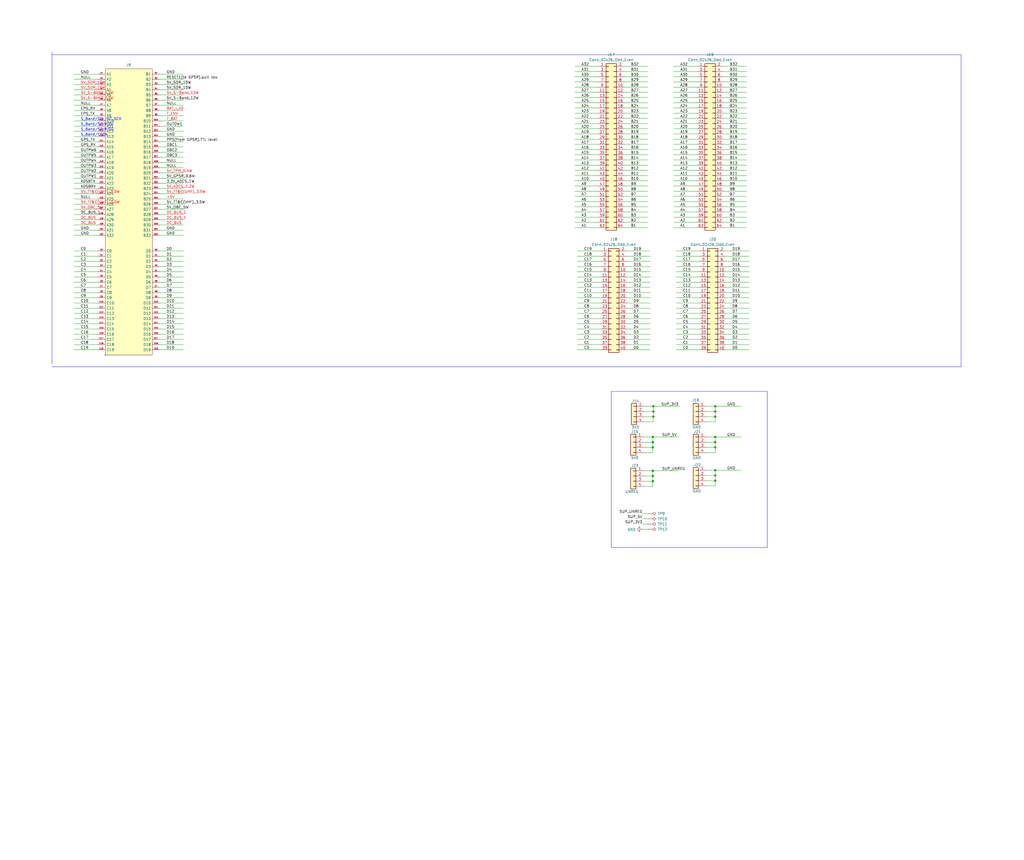
<source format=kicad_sch>
(kicad_sch (version 20250114) (generator "eeschema") (generator_version "9.0")
  (paper "User" 499.999 419.989)
  (title_block (title "VST104 flat-sat") (date "2020-09-14") (rev "1.1") (company "VisionSpace Technologies"))
  (junction (at 318.77 218.44))
  (junction (at 318.77 215.9))
  (junction (at 319.024 198.374))
  (junction (at 349.25 203.454))
  (junction (at 349.25 218.44))
  (junction (at 349.25 234.696))
  (junction (at 319.024 200.914))
  (junction (at 349.25 198.374))
  (junction (at 349.25 229.616))
  (junction (at 318.77 229.87))
  (junction (at 349.25 213.36))
  (junction (at 349.25 200.914))
  (junction (at 318.77 234.95))
  (junction (at 318.77 213.36))
  (junction (at 349.25 232.156))
  (junction (at 318.77 232.41))
  (junction (at 319.024 203.454))
  (junction (at 349.25 215.9))
  (no_connect (at 632.46 -85.09))
  (wire (pts (xy 314.579 198.374) (xy 319.024 198.374)))
  (wire (pts (xy 330.2 165.735) (xy 341.63 165.735)))
  (wire (pts (xy 304.8 55.245) (xy 316.23 55.245)))
  (wire (pts (xy 319.024 200.914) (xy 319.024 198.374)))
  (wire (pts (xy 78.105 66.675) (xy 89.535 66.675)))
  (polyline (pts (xy 374.65 267.335) (xy 298.45 267.335)))
  (wire (pts (xy 304.8 65.405) (xy 316.23 65.405)))
  (wire (pts (xy 36.195 147.955) (xy 47.625 147.955)))
  (wire (pts (xy 353.06 90.805) (xy 364.49 90.805)))
  (wire (pts (xy 304.8 47.625) (xy 316.23 47.625)))
  (wire (pts (xy 36.195 132.715) (xy 47.625 132.715)))
  (wire (pts (xy 304.8 37.465) (xy 316.23 37.465)))
  (wire (pts (xy 328.93 100.965) (xy 340.36 100.965)))
  (wire (pts (xy 328.93 55.245) (xy 340.36 55.245)))
  (wire (pts (xy 353.06 75.565) (xy 364.49 75.565)))
  (wire (pts (xy 78.105 130.175) (xy 89.535 130.175)))
  (wire (pts (xy 353.06 93.345) (xy 364.49 93.345)))
  (wire (pts (xy 281.94 150.495) (xy 293.37 150.495)))
  (wire (pts (xy 78.105 168.275) (xy 89.535 168.275)))
  (wire (pts (xy 353.06 52.705) (xy 364.49 52.705)))
  (wire (pts (xy 353.06 100.965) (xy 364.49 100.965)))
  (wire (pts (xy 330.2 163.195) (xy 341.63 163.195)))
  (wire (pts (xy 280.67 80.645) (xy 292.1 80.645)))
  (wire (pts (xy 78.105 51.435) (xy 89.535 51.435)))
  (wire (pts (xy 330.2 145.415) (xy 341.63 145.415)))
  (wire (pts (xy 328.93 93.345) (xy 340.36 93.345)))
  (wire (pts (xy 36.195 125.095) (xy 47.625 125.095)))
  (wire (pts (xy 349.25 200.914) (xy 349.25 198.374)))
  (wire (pts (xy 281.94 130.175) (xy 293.37 130.175)))
  (wire (pts (xy 354.33 163.195) (xy 365.76 163.195)))
  (wire (pts (xy 78.105 145.415) (xy 89.535 145.415)))
  (wire (pts (xy 78.105 81.915) (xy 89.535 81.915)))
  (wire (pts (xy 36.195 158.115) (xy 47.625 158.115)))
  (wire (pts (xy 78.105 46.355) (xy 89.535 46.355)))
  (wire (pts (xy 304.8 90.805) (xy 316.23 90.805)))
  (wire (pts (xy 353.06 111.125) (xy 364.49 111.125)))
  (wire (pts (xy 78.105 86.995) (xy 89.535 86.995)))
  (wire (pts (xy 306.07 142.875) (xy 317.5 142.875)))
  (wire (pts (xy 328.93 80.645) (xy 340.36 80.645)))
  (wire (pts (xy 304.8 42.545) (xy 316.23 42.545)))
  (wire (pts (xy 349.25 232.156) (xy 349.25 229.616)))
  (wire (pts (xy 306.07 153.035) (xy 317.5 153.035)))
  (wire (pts (xy 328.93 32.385) (xy 340.36 32.385)))
  (wire (pts (xy 280.67 111.125) (xy 292.1 111.125)))
  (wire (pts (xy 281.94 163.195) (xy 293.37 163.195)))
  (wire (pts (xy 36.195 142.875) (xy 47.625 142.875)))
  (wire (pts (xy 281.94 153.035) (xy 293.37 153.035)))
  (wire (pts (xy 353.06 37.465) (xy 364.49 37.465)))
  (wire (pts (xy 353.06 108.585) (xy 364.49 108.585)))
  (wire (pts (xy 314.579 203.454) (xy 319.024 203.454)))
  (wire (pts (xy 353.06 83.185) (xy 364.49 83.185)))
  (wire (pts (xy 304.8 75.565) (xy 316.23 75.565)))
  (wire (pts (xy 349.25 203.454) (xy 349.25 200.914)))
  (wire (pts (xy 306.07 125.095) (xy 317.5 125.095)))
  (wire (pts (xy 306.07 132.715) (xy 317.5 132.715)))
  (wire (pts (xy 36.195 153.035) (xy 47.625 153.035)))
  (wire (pts (xy 349.25 198.374) (xy 361.95 198.374)))
  (wire (pts (xy 314.325 234.95) (xy 318.77 234.95)))
  (wire (pts (xy 314.325 229.87) (xy 318.77 229.87)))
  (wire (pts (xy 280.67 78.105) (xy 292.1 78.105)))
  (wire (pts (xy 78.105 137.795) (xy 89.535 137.795)))
  (wire (pts (xy 354.33 160.655) (xy 365.76 160.655)))
  (wire (pts (xy 281.94 125.095) (xy 293.37 125.095)))
  (wire (pts (xy 280.67 88.265) (xy 292.1 88.265)))
  (wire (pts (xy 353.06 70.485) (xy 364.49 70.485)))
  (wire (pts (xy 353.06 67.945) (xy 364.49 67.945)))
  (wire (pts (xy 78.105 61.595) (xy 89.535 61.595)))
  (wire (pts (xy 281.94 168.275) (xy 293.37 168.275)))
  (wire (pts (xy 281.94 132.715) (xy 293.37 132.715)))
  (wire (pts (xy 280.67 57.785) (xy 292.1 57.785)))
  (wire (pts (xy 36.195 51.435) (xy 47.625 51.435)))
  (wire (pts (xy 328.93 34.925) (xy 340.36 34.925)))
  (wire (pts (xy 36.195 71.755) (xy 47.625 71.755)))
  (wire (pts (xy 280.67 103.505) (xy 292.1 103.505)))
  (wire (pts (xy 78.105 114.935) (xy 89.535 114.935)))
  (wire (pts (xy 281.94 155.575) (xy 293.37 155.575)))
  (wire (pts (xy 304.8 50.165) (xy 316.23 50.165)))
  (wire (pts (xy 36.195 74.295) (xy 47.625 74.295)))
  (wire (pts (xy 36.195 102.235) (xy 47.625 102.235)))
  (wire (pts (xy 304.8 95.885) (xy 316.23 95.885)))
  (wire (pts (xy 78.105 107.315) (xy 89.535 107.315)))
  (wire (pts (xy 354.33 140.335) (xy 365.76 140.335)))
  (wire (pts (xy 280.67 50.165) (xy 292.1 50.165)))
  (wire (pts (xy 280.67 83.185) (xy 292.1 83.185)))
  (wire (pts (xy 304.8 106.045) (xy 316.23 106.045)))
  (wire (pts (xy 319.024 198.374) (xy 331.724 198.374)))
  (wire (pts (xy 36.195 122.555) (xy 47.625 122.555)))
  (wire (pts (xy 304.8 52.705) (xy 316.23 52.705)))
  (wire (pts (xy 349.25 234.696) (xy 349.25 232.156)))
  (wire (pts (xy 36.195 92.075) (xy 47.625 92.075)))
  (wire (pts (xy 313.69 258.445) (xy 316.23 258.445)))
  (wire (pts (xy 78.105 109.855) (xy 89.535 109.855)))
  (wire (pts (xy 349.25 215.9) (xy 349.25 213.36)))
  (wire (pts (xy 354.33 127.635) (xy 365.76 127.635)))
  (wire (pts (xy 304.8 83.185) (xy 316.23 83.185)))
  (wire (pts (xy 306.07 158.115) (xy 317.5 158.115)))
  (wire (pts (xy 349.25 220.98) (xy 349.25 218.44)))
  (wire (pts (xy 280.67 95.885) (xy 292.1 95.885)))
  (wire (pts (xy 353.06 60.325) (xy 364.49 60.325)))
  (wire (pts (xy 344.805 232.156) (xy 349.25 232.156)))
  (wire (pts (xy 344.805 229.616) (xy 349.25 229.616)))
  (wire (pts (xy 36.195 81.915) (xy 47.625 81.915)))
  (wire (pts (xy 78.105 127.635) (xy 89.535 127.635)))
  (wire (pts (xy 313.69 253.365) (xy 316.23 253.365)))
  (wire (pts (xy 353.06 45.085) (xy 364.49 45.085)))
  (wire (pts (xy 328.93 70.485) (xy 340.36 70.485)))
  (wire (pts (xy 304.8 57.785) (xy 316.23 57.785)))
  (wire (pts (xy 304.8 62.865) (xy 316.23 62.865)))
  (wire (pts (xy 353.06 98.425) (xy 364.49 98.425)))
  (wire (pts (xy 36.195 165.735) (xy 47.625 165.735)))
  (wire (pts (xy 353.06 55.245) (xy 364.49 55.245)))
  (wire (pts (xy 328.93 85.725) (xy 340.36 85.725)))
  (wire (pts (xy 318.77 234.95) (xy 318.77 237.49)))
  (wire (pts (xy 36.195 79.375) (xy 47.625 79.375)))
  (polyline (pts (xy 374.65 191.135) (xy 374.65 267.335)))
  (wire (pts (xy 36.195 137.795) (xy 47.625 137.795)))
  (wire (pts (xy 36.195 59.055) (xy 47.625 59.055)))
  (wire (pts (xy 306.07 140.335) (xy 317.5 140.335)))
  (wire (pts (xy 306.07 137.795) (xy 317.5 137.795)))
  (wire (pts (xy 354.33 145.415) (xy 365.76 145.415)))
  (wire (pts (xy 280.67 67.945) (xy 292.1 67.945)))
  (wire (pts (xy 353.06 85.725) (xy 364.49 85.725)))
  (wire (pts (xy 314.325 232.41) (xy 318.77 232.41)))
  (wire (pts (xy 280.67 47.625) (xy 292.1 47.625)))
  (wire (pts (xy 281.94 160.655) (xy 293.37 160.655)))
  (wire (pts (xy 78.105 135.255) (xy 89.535 135.255)))
  (wire (pts (xy 328.93 65.405) (xy 340.36 65.405)))
  (wire (pts (xy 280.67 45.085) (xy 292.1 45.085)))
  (wire (pts (xy 281.94 147.955) (xy 293.37 147.955)))
  (wire (pts (xy 36.195 109.855) (xy 47.625 109.855)))
  (wire (pts (xy 328.93 62.865) (xy 340.36 62.865)))
  (wire (pts (xy 78.105 160.655) (xy 89.535 160.655)))
  (wire (pts (xy 304.8 98.425) (xy 316.23 98.425)))
  (wire (pts (xy 354.33 155.575) (xy 365.76 155.575)))
  (wire (pts (xy 36.195 69.215) (xy 47.625 69.215)))
  (wire (pts (xy 280.67 60.325) (xy 292.1 60.325)))
  (wire (pts (xy 78.105 59.055) (xy 89.535 59.055)))
  (wire (pts (xy 354.33 122.555) (xy 365.76 122.555)))
  (polyline (pts (xy 25.4 26.67) (xy 469.265 26.67)))
  (wire (pts (xy 281.94 142.875) (xy 293.37 142.875)))
  (wire (pts (xy 280.67 85.725) (xy 292.1 85.725)))
  (wire (pts (xy 36.195 84.455) (xy 47.625 84.455)))
  (wire (pts (xy 36.195 114.935) (xy 47.625 114.935)))
  (wire (pts (xy 78.105 41.275) (xy 89.535 41.275)))
  (polyline (pts (xy 298.45 191.135) (xy 374.65 191.135)))
  (wire (pts (xy 349.25 229.616) (xy 361.95 229.616)))
  (wire (pts (xy 344.805 200.914) (xy 349.25 200.914)))
  (wire (pts (xy 353.06 88.265) (xy 364.49 88.265)))
  (wire (pts (xy 314.325 213.36) (xy 318.77 213.36)))
  (wire (pts (xy 36.195 163.195) (xy 47.625 163.195)))
  (wire (pts (xy 354.33 147.955) (xy 365.76 147.955)))
  (wire (pts (xy 280.67 52.705) (xy 292.1 52.705)))
  (polyline (pts (xy 25.4 177.8) (xy 25.4 25.4)))
  (wire (pts (xy 280.67 40.005) (xy 292.1 40.005)))
  (wire (pts (xy 78.105 97.155) (xy 89.535 97.155)))
  (wire (pts (xy 281.94 122.555) (xy 293.37 122.555)))
  (wire (pts (xy 78.105 92.075) (xy 89.535 92.075)))
  (wire (pts (xy 349.25 213.36) (xy 361.95 213.36)))
  (wire (pts (xy 330.2 158.115) (xy 341.63 158.115)))
  (wire (pts (xy 306.07 130.175) (xy 317.5 130.175)))
  (wire (pts (xy 328.93 108.585) (xy 340.36 108.585)))
  (wire (pts (xy 306.07 160.655) (xy 317.5 160.655)))
  (wire (pts (xy 318.77 213.36) (xy 318.77 215.9)))
  (wire (pts (xy 313.69 255.905) (xy 316.23 255.905)))
  (wire (pts (xy 306.07 122.555) (xy 317.5 122.555)))
  (wire (pts (xy 353.06 32.385) (xy 364.49 32.385)))
  (wire (pts (xy 36.195 170.815) (xy 47.625 170.815)))
  (wire (pts (xy 330.2 132.715) (xy 341.63 132.715)))
  (wire (pts (xy 354.33 130.175) (xy 365.76 130.175)))
  (wire (pts (xy 281.94 165.735) (xy 293.37 165.735)))
  (wire (pts (xy 344.805 198.374) (xy 349.25 198.374)))
  (wire (pts (xy 280.67 62.865) (xy 292.1 62.865)))
  (wire (pts (xy 306.07 163.195) (xy 317.5 163.195)))
  (wire (pts (xy 319.024 203.454) (xy 319.024 200.914)))
  (wire (pts (xy 353.06 103.505) (xy 364.49 103.505)))
  (wire (pts (xy 318.77 229.87) (xy 318.77 232.41)))
  (wire (pts (xy 78.105 74.295) (xy 89.535 74.295)))
  (wire (pts (xy 281.94 170.815) (xy 293.37 170.815)))
  (wire (pts (xy 328.93 88.265) (xy 340.36 88.265)))
  (wire (pts (xy 280.67 98.425) (xy 292.1 98.425)))
  (wire (pts (xy 314.325 220.98) (xy 318.77 220.98)))
  (polyline (pts (xy 469.265 179.07) (xy 25.4 179.07)))
  (wire (pts (xy 36.195 43.815) (xy 47.625 43.815)))
  (wire (pts (xy 313.69 250.825) (xy 316.23 250.825)))
  (wire (pts (xy 344.805 237.236) (xy 349.25 237.236)))
  (wire (pts (xy 78.105 132.715) (xy 89.535 132.715)))
  (wire (pts (xy 78.105 84.455) (xy 89.535 84.455)))
  (wire (pts (xy 280.67 65.405) (xy 292.1 65.405)))
  (wire (pts (xy 330.2 150.495) (xy 341.63 150.495)))
  (wire (pts (xy 353.06 40.005) (xy 364.49 40.005)))
  (wire (pts (xy 36.195 112.395) (xy 47.625 112.395)))
  (wire (pts (xy 281.94 137.795) (xy 293.37 137.795)))
  (wire (pts (xy 354.33 153.035) (xy 365.76 153.035)))
  (wire (pts (xy 281.94 158.115) (xy 293.37 158.115)))
  (wire (pts (xy 344.805 218.44) (xy 349.25 218.44)))
  (wire (pts (xy 330.2 142.875) (xy 341.63 142.875)))
  (wire (pts (xy 330.2 125.095) (xy 341.63 125.095)))
  (wire (pts (xy 78.105 89.535) (xy 89.535 89.535)))
  (wire (pts (xy 328.93 57.785) (xy 340.36 57.785)))
  (wire (pts (xy 314.579 205.994) (xy 319.024 205.994)))
  (wire (pts (xy 349.25 237.236) (xy 349.25 234.696)))
  (wire (pts (xy 280.67 75.565) (xy 292.1 75.565)))
  (wire (pts (xy 280.67 70.485) (xy 292.1 70.485)))
  (wire (pts (xy 353.06 42.545) (xy 364.49 42.545)))
  (wire (pts (xy 349.25 205.994) (xy 349.25 203.454)))
  (wire (pts (xy 78.105 158.115) (xy 89.535 158.115)))
  (wire (pts (xy 36.195 145.415) (xy 47.625 145.415)))
  (wire (pts (xy 78.105 153.035) (xy 89.535 153.035)))
  (wire (pts (xy 78.105 71.755) (xy 89.535 71.755)))
  (wire (pts (xy 328.93 83.185) (xy 340.36 83.185)))
  (wire (pts (xy 78.105 142.875) (xy 89.535 142.875)))
  (wire (pts (xy 36.195 160.655) (xy 47.625 160.655)))
  (wire (pts (xy 328.93 75.565) (xy 340.36 75.565)))
  (wire (pts (xy 306.07 145.415) (xy 317.5 145.415)))
  (wire (pts (xy 304.8 93.345) (xy 316.23 93.345)))
  (wire (pts (xy 281.94 127.635) (xy 293.37 127.635)))
  (wire (pts (xy 328.93 45.085) (xy 340.36 45.085)))
  (wire (pts (xy 280.67 55.245) (xy 292.1 55.245)))
  (wire (pts (xy 36.195 41.275) (xy 47.625 41.275)))
  (wire (pts (xy 304.8 100.965) (xy 316.23 100.965)))
  (wire (pts (xy 36.195 168.275) (xy 47.625 168.275)))
  (wire (pts (xy 353.06 50.165) (xy 364.49 50.165)))
  (wire (pts (xy 304.8 88.265) (xy 316.23 88.265)))
  (wire (pts (xy 328.93 98.425) (xy 340.36 98.425)))
  (wire (pts (xy 36.195 76.835) (xy 47.625 76.835)))
  (wire (pts (xy 314.325 218.44) (xy 318.77 218.44)))
  (wire (pts (xy 306.07 127.635) (xy 317.5 127.635)))
  (wire (pts (xy 328.93 37.465) (xy 340.36 37.465)))
  (wire (pts (xy 353.06 62.865) (xy 364.49 62.865)))
  (wire (pts (xy 78.105 99.695) (xy 89.535 99.695)))
  (wire (pts (xy 314.325 215.9) (xy 318.77 215.9)))
  (wire (pts (xy 78.105 147.955) (xy 89.535 147.955)))
  (wire (pts (xy 78.105 125.095) (xy 89.535 125.095)))
  (wire (pts (xy 318.77 213.36) (xy 331.47 213.36)))
  (wire (pts (xy 328.93 40.005) (xy 340.36 40.005)))
  (wire (pts (xy 353.06 106.045) (xy 364.49 106.045)))
  (wire (pts (xy 281.94 140.335) (xy 293.37 140.335)))
  (wire (pts (xy 78.105 64.135) (xy 89.535 64.135)))
  (wire (pts (xy 36.195 127.635) (xy 47.625 127.635)))
  (wire (pts (xy 354.33 150.495) (xy 365.76 150.495)))
  (wire (pts (xy 319.024 205.994) (xy 319.024 203.454)))
  (wire (pts (xy 314.325 237.49) (xy 318.77 237.49)))
  (wire (pts (xy 306.07 170.815) (xy 317.5 170.815)))
  (wire (pts (xy 304.8 60.325) (xy 316.23 60.325)))
  (wire (pts (xy 280.67 34.925) (xy 292.1 34.925)))
  (wire (pts (xy 304.8 34.925) (xy 316.23 34.925)))
  (wire (pts (xy 330.2 130.175) (xy 341.63 130.175)))
  (wire (pts (xy 36.195 36.195) (xy 47.625 36.195)))
  (wire (pts (xy 353.06 78.105) (xy 364.49 78.105)))
  (wire (pts (xy 78.105 56.515) (xy 89.535 56.515)))
  (wire (pts (xy 306.07 168.275) (xy 317.5 168.275)))
  (wire (pts (xy 36.195 48.895) (xy 47.625 48.895)))
  (wire (pts (xy 330.2 160.655) (xy 341.63 160.655)))
  (wire (pts (xy 36.195 56.515) (xy 47.625 56.515)))
  (polyline (pts (xy 469.265 26.67) (xy 469.265 179.07)))
  (wire (pts (xy 78.105 53.975) (xy 89.535 53.975)))
  (wire (pts (xy 36.195 135.255) (xy 47.625 135.255)))
  (wire (pts (xy 36.195 38.735) (xy 47.625 38.735)))
  (wire (pts (xy 78.105 69.215) (xy 89.535 69.215)))
  (wire (pts (xy 354.33 170.815) (xy 365.76 170.815)))
  (wire (pts (xy 318.77 229.87) (xy 331.47 229.87)))
  (wire (pts (xy 344.805 234.696) (xy 349.25 234.696)))
  (wire (pts (xy 36.195 61.595) (xy 47.625 61.595)))
  (wire (pts (xy 318.77 232.41) (xy 318.77 234.95)))
  (wire (pts (xy 330.2 147.955) (xy 341.63 147.955)))
  (wire (pts (xy 318.77 215.9) (xy 318.77 218.44)))
  (wire (pts (xy 36.195 130.175) (xy 47.625 130.175)))
  (wire (pts (xy 330.2 170.815) (xy 341.63 170.815)))
  (wire (pts (xy 328.93 106.045) (xy 340.36 106.045)))
  (wire (pts (xy 280.67 93.345) (xy 292.1 93.345)))
  (wire (pts (xy 304.8 70.485) (xy 316.23 70.485)))
  (wire (pts (xy 280.67 37.465) (xy 292.1 37.465)))
  (wire (pts (xy 78.105 102.235) (xy 89.535 102.235)))
  (wire (pts (xy 306.07 150.495) (xy 317.5 150.495)))
  (wire (pts (xy 36.195 66.675) (xy 47.625 66.675)))
  (polyline (pts (xy 298.45 267.335) (xy 298.45 191.135)))
  (wire (pts (xy 354.33 158.115) (xy 365.76 158.115)))
  (wire (pts (xy 36.195 97.155) (xy 47.625 97.155)))
  (wire (pts (xy 304.8 111.125) (xy 316.23 111.125)))
  (wire (pts (xy 344.805 203.454) (xy 349.25 203.454)))
  (wire (pts (xy 306.07 165.735) (xy 317.5 165.735)))
  (wire (pts (xy 281.94 135.255) (xy 293.37 135.255)))
  (wire (pts (xy 354.33 137.795) (xy 365.76 137.795)))
  (wire (pts (xy 78.105 43.815) (xy 89.535 43.815)))
  (wire (pts (xy 36.195 89.535) (xy 47.625 89.535)))
  (wire (pts (xy 330.2 135.255) (xy 341.63 135.255)))
  (wire (pts (xy 330.2 168.275) (xy 341.63 168.275)))
  (wire (pts (xy 344.805 213.36) (xy 349.25 213.36)))
  (wire (pts (xy 78.105 36.195) (xy 89.535 36.195)))
  (wire (pts (xy 304.8 78.105) (xy 316.23 78.105)))
  (wire (pts (xy 349.25 218.44) (xy 349.25 215.9)))
  (wire (pts (xy 353.06 80.645) (xy 364.49 80.645)))
  (wire (pts (xy 36.195 140.335) (xy 47.625 140.335)))
  (wire (pts (xy 36.195 99.695) (xy 47.625 99.695)))
  (wire (pts (xy 304.8 32.385) (xy 316.23 32.385)))
  (wire (pts (xy 353.06 57.785) (xy 364.49 57.785)))
  (wire (pts (xy 354.33 135.255) (xy 365.76 135.255)))
  (wire (pts (xy 280.67 100.965) (xy 292.1 100.965)))
  (wire (pts (xy 280.67 73.025) (xy 292.1 73.025)))
  (wire (pts (xy 353.06 65.405) (xy 364.49 65.405)))
  (wire (pts (xy 306.07 147.955) (xy 317.5 147.955)))
  (wire (pts (xy 78.105 155.575) (xy 89.535 155.575)))
  (wire (pts (xy 304.8 40.005) (xy 316.23 40.005)))
  (wire (pts (xy 304.8 67.945) (xy 316.23 67.945)))
  (wire (pts (xy 328.93 111.125) (xy 340.36 111.125)))
  (wire (pts (xy 344.805 220.98) (xy 349.25 220.98)))
  (wire (pts (xy 304.8 80.645) (xy 316.23 80.645)))
  (wire (pts (xy 330.2 155.575) (xy 341.63 155.575)))
  (wire (pts (xy 36.195 86.995) (xy 47.625 86.995)))
  (wire (pts (xy 78.105 76.835) (xy 89.535 76.835)))
  (wire (pts (xy 36.195 155.575) (xy 47.625 155.575)))
  (wire (pts (xy 328.93 73.025) (xy 340.36 73.025)))
  (wire (pts (xy 280.67 32.385) (xy 292.1 32.385)))
  (wire (pts (xy 353.06 95.885) (xy 364.49 95.885)))
  (wire (pts (xy 354.33 142.875) (xy 365.76 142.875)))
  (wire (pts (xy 328.93 47.625) (xy 340.36 47.625)))
  (wire (pts (xy 344.805 215.9) (xy 349.25 215.9)))
  (wire (pts (xy 78.105 165.735) (xy 89.535 165.735)))
  (wire (pts (xy 328.93 60.325) (xy 340.36 60.325)))
  (wire (pts (xy 304.8 85.725) (xy 316.23 85.725)))
  (wire (pts (xy 78.105 79.375) (xy 89.535 79.375)))
  (wire (pts (xy 318.77 218.44) (xy 318.77 220.98)))
  (wire (pts (xy 330.2 140.335) (xy 341.63 140.335)))
  (wire (pts (xy 354.33 165.735) (xy 365.76 165.735)))
  (wire (pts (xy 306.07 155.575) (xy 317.5 155.575)))
  (wire (pts (xy 78.105 38.735) (xy 89.535 38.735)))
  (wire (pts (xy 78.105 140.335) (xy 89.535 140.335)))
  (wire (pts (xy 330.2 153.035) (xy 341.63 153.035)))
  (wire (pts (xy 78.105 94.615) (xy 89.535 94.615)))
  (wire (pts (xy 353.06 34.925) (xy 364.49 34.925)))
  (wire (pts (xy 78.105 104.775) (xy 89.535 104.775)))
  (wire (pts (xy 330.2 137.795) (xy 341.63 137.795)))
  (wire (pts (xy 36.195 53.975) (xy 47.625 53.975)))
  (wire (pts (xy 78.105 150.495) (xy 89.535 150.495)))
  (wire (pts (xy 78.105 163.195) (xy 89.535 163.195)))
  (wire (pts (xy 280.67 108.585) (xy 292.1 108.585)))
  (wire (pts (xy 328.93 50.165) (xy 340.36 50.165)))
  (wire (pts (xy 36.195 94.615) (xy 47.625 94.615)))
  (wire (pts (xy 314.579 200.914) (xy 319.024 200.914)))
  (wire (pts (xy 353.06 47.625) (xy 364.49 47.625)))
  (wire (pts (xy 354.33 168.275) (xy 365.76 168.275)))
  (wire (pts (xy 353.06 73.025) (xy 364.49 73.025)))
  (wire (pts (xy 78.105 48.895) (xy 89.535 48.895)))
  (wire (pts (xy 354.33 125.095) (xy 365.76 125.095)))
  (wire (pts (xy 330.2 122.555) (xy 341.63 122.555)))
  (wire (pts (xy 304.8 45.085) (xy 316.23 45.085)))
  (wire (pts (xy 304.8 103.505) (xy 316.23 103.505)))
  (wire (pts (xy 36.195 107.315) (xy 47.625 107.315)))
  (wire (pts (xy 280.67 90.805) (xy 292.1 90.805)))
  (wire (pts (xy 36.195 104.775) (xy 47.625 104.775)))
  (wire (pts (xy 36.195 150.495) (xy 47.625 150.495)))
  (wire (pts (xy 354.33 132.715) (xy 365.76 132.715)))
  (wire (pts (xy 344.805 205.994) (xy 349.25 205.994)))
  (wire (pts (xy 328.93 67.945) (xy 340.36 67.945)))
  (wire (pts (xy 328.93 78.105) (xy 340.36 78.105)))
  (wire (pts (xy 304.8 108.585) (xy 316.23 108.585)))
  (wire (pts (xy 328.93 95.885) (xy 340.36 95.885)))
  (wire (pts (xy 281.94 145.415) (xy 293.37 145.415)))
  (wire (pts (xy 78.105 170.815) (xy 89.535 170.815)))
  (wire (pts (xy 36.195 46.355) (xy 47.625 46.355)))
  (wire (pts (xy 304.8 73.025) (xy 316.23 73.025)))
  (wire (pts (xy 306.07 135.255) (xy 317.5 135.255)))
  (wire (pts (xy 78.105 112.395) (xy 89.535 112.395)))
  (wire (pts (xy 328.93 42.545) (xy 340.36 42.545)))
  (wire (pts (xy 330.2 127.635) (xy 341.63 127.635)))
  (wire (pts (xy 328.93 103.505) (xy 340.36 103.505)))
  (wire (pts (xy 36.195 64.135) (xy 47.625 64.135)))
  (wire (pts (xy 78.105 122.555) (xy 89.535 122.555)))
  (wire (pts (xy 280.67 42.545) (xy 292.1 42.545)))
  (wire (pts (xy 328.93 90.805) (xy 340.36 90.805)))
  (wire (pts (xy 328.93 52.705) (xy 340.36 52.705)))
  (wire (pts (xy 280.67 106.045) (xy 292.1 106.045)))
  (label "D12" (at 81.28 153.035 0))
  (label "D6" (at 309.245 155.575 0))
  (label "A7" (at 283.845 95.885 0))
  (label "A9" (at 283.845 90.805 0))
  (label "A22" (at 332.105 57.785 0))
  (label "C10" (at 333.375 145.415 0))
  (label "C3" (at 285.115 163.195 0))
  (label "B4" (at 356.235 103.505 0))
  (label "B23" (at 356.235 55.245 0))
  (label "D11" (at 309.245 142.875 0))
  (label "D2" (at 309.245 165.735 0))
  (label "B1" (at 307.975 111.125 0))
  (label "5V_S-Band_12W" (at 81.28 48.895 0))
  (label "DC_BUS_1" (at 81.28 107.315 0))
  (label "EPS_RX" (at 39.37 53.975 0))
  (label "A6" (at 283.845 98.425 0))
  (label "GND" (at 81.28 64.135 0))
  (label "S_Band{slash}SPIMOSI" (at 39.37 61.595 0))
  (label "B25" (at 307.975 50.165 0))
  (label "SUP_UNREG" (at 313.69 250.825 180))
  (label "5V_GPSR_0.6W" (at 81.28 86.995 0))
  (label "PPS(from GPSR).TTL level" (at 81.28 69.215 0))
  (label "S_Band{slash}SPIMISO" (at 39.37 64.135 0))
  (label "OUTPW4" (at 39.37 79.375 0))
  (label "C0" (at 39.37 122.555 0))
  (label "B26" (at 307.975 47.625 0))
  (label "A31" (at 283.845 34.925 0))
  (label "5V_TPM_0.4W" (at 81.28 84.455 0))
  (label "B22" (at 356.235 57.785 0))
  (label "D14" (at 309.245 135.255 0))
  (label "C11" (at 39.37 150.495 0))
  (label "GND" (at 354.965 213.36 0))
  (label "OBC1" (at 81.28 71.755 0))
  (label "A24" (at 332.105 52.705 0))
  (label "D7" (at 81.28 140.335 0))
  (label "DC_BUS_1" (at 39.37 104.775 0))
  (label "A25" (at 332.105 50.165 0))
  (label "A19" (at 332.105 65.405 0))
  (label "5V_S-Band_12W" (at 81.28 46.355 0))
  (label "A6" (at 332.105 98.425 0))
  (label "A2" (at 283.845 108.585 0))
  (label "A15" (at 283.845 75.565 0))
  (label "B14" (at 356.235 78.105 0))
  (label "C0" (at 285.115 170.815 0))
  (label "5V_S-BAND_12W" (at 39.37 48.895 0))
  (label "C19" (at 39.37 170.815 0))
  (label "A30" (at 332.105 37.465 0))
  (label "GND" (at 81.28 66.675 0))
  (label "C9" (at 39.37 145.415 0))
  (label "B13" (at 356.235 80.645 0))
  (label "B12" (at 356.235 83.185 0))
  (label "NULL" (at 81.28 81.915 0))
  (label "NULL" (at 39.37 97.155 0))
  (label "D11" (at 81.28 150.495 0))
  (label "A24" (at 283.845 52.705 0))
  (label "A26" (at 332.105 47.625 0))
  (label "5V_SDR_10W" (at 81.28 41.275 0))
  (label "A23" (at 283.845 55.245 0))
  (label "C14" (at 39.37 158.115 0))
  (label "D15" (at 357.505 132.715 0))
  (label "A10" (at 283.845 88.265 0))
  (label "B17" (at 356.235 70.485 0))
  (label "B18" (at 307.975 67.945 0))
  (label "B25" (at 356.235 50.165 0))
  (label "D13" (at 81.28 155.575 0))
  (label "5V_S-BAND_12W" (at 39.37 46.355 0))
  (label "B7" (at 307.975 95.885 0))
  (label "C1" (at 39.37 125.095 0))
  (label "T_BAT" (at 81.28 59.055 0))
  (label "C7" (at 39.37 140.335 0))
  (label "B19" (at 356.235 65.405 0))
  (label "GND" (at 354.965 229.616 0))
  (label "DC_BUS" (at 39.37 107.315 0))
  (label "C15" (at 333.375 132.715 0))
  (label "A5" (at 332.105 100.965 0))
  (label "B12" (at 307.975 83.185 0))
  (label "B19" (at 307.975 65.405 0))
  (label "SUP_3V3" (at 313.69 255.905 180))
  (label "ADSBRX" (at 39.37 92.075 0))
  (label "D17" (at 357.505 127.635 0))
  (label "B22" (at 307.975 57.785 0))
  (label "A20" (at 283.845 62.865 0))
  (label "SUP_5V" (at 323.215 213.36 0))
  (label "B10" (at 356.235 88.265 0))
  (label "C18" (at 333.375 125.095 0))
  (label "A16" (at 283.845 73.025 0))
  (label "C12" (at 39.37 153.035 0))
  (label "C11" (at 285.115 142.875 0))
  (label "A15" (at 332.105 75.565 0))
  (label "B21" (at 356.235 60.325 0))
  (label "C2" (at 285.115 165.735 0))
  (label "A13" (at 332.105 80.645 0))
  (label "D19" (at 309.245 122.555 0))
  (label "C12" (at 333.375 140.335 0))
  (label "D16" (at 309.245 130.175 0))
  (label "C1" (at 333.375 168.275 0))
  (label "B31" (at 307.975 34.925 0))
  (label "B30" (at 356.235 37.465 0))
  (label "A18" (at 332.105 67.945 0))
  (label "DC_BUS_1" (at 81.28 104.775 0))
  (label "B30" (at 307.975 37.465 0))
  (label "B29" (at 307.975 40.005 0))
  (label "C17" (at 39.37 165.735 0))
  (label "D9" (at 309.245 147.955 0))
  (label "A1" (at 332.105 111.125 0))
  (label "OUTPW6" (at 39.37 74.295 0))
  (label "C17" (at 285.115 127.635 0))
  (label "B8" (at 307.975 93.345 0))
  (label "D0" (at 81.28 122.555 0))
  (label "NULL" (at 39.37 38.735 0))
  (label "D1" (at 357.505 168.275 0))
  (label "D3" (at 309.245 163.195 0))
  (label "D19" (at 357.505 122.555 0))
  (label "GND" (at 81.28 114.935 0))
  (label "A9" (at 332.105 90.805 0))
  (label "D5" (at 357.505 158.115 0))
  (label "B28" (at 356.235 42.545 0))
  (label "D12" (at 309.245 140.335 0))
  (label "B20" (at 356.235 62.865 0))
  (label "D15" (at 81.28 160.655 0))
  (label "A23" (at 332.105 55.245 0))
  (label "C2" (at 39.37 127.635 0))
  (label "D6" (at 81.28 137.795 0))
  (label "D8" (at 81.28 142.875 0))
  (label "C14" (at 285.115 135.255 0))
  (label "5V_TT&C(UHF)_3.5W" (at 39.37 94.615 0))
  (label "A32" (at 283.845 32.385 0))
  (label "C7" (at 333.375 153.035 0))
  (label "B24" (at 356.235 52.705 0))
  (label "OUTOW1" (at 81.28 61.595 0))
  (label "A21" (at 283.845 60.325 0))
  (label "D0" (at 357.505 170.815 0))
  (label "C6" (at 285.115 155.575 0))
  (label "D4" (at 81.28 132.715 0))
  (label "B5" (at 356.235 100.965 0))
  (label "A28" (at 283.845 42.545 0))
  (label "A4" (at 283.845 103.505 0))
  (label "D17" (at 81.28 165.735 0))
  (label "B32" (at 307.975 32.385 0))
  (label "BAT_I_AD" (at 81.28 53.975 0))
  (label "A27" (at 332.105 45.085 0))
  (label "A14" (at 283.845 78.105 0))
  (label "C16" (at 285.115 130.175 0))
  (label "C18" (at 39.37 168.275 0))
  (label "GPS_TX" (at 39.37 69.215 0))
  (label "A29" (at 332.105 40.005 0))
  (label "B18" (at 356.235 67.945 0))
  (label "C17" (at 333.375 127.635 0))
  (label "OUTPW3" (at 39.37 81.915 0))
  (label "B11" (at 307.975 85.725 0))
  (label "ADSBTX" (at 39.37 89.535 0))
  (label "B14" (at 307.975 78.105 0))
  (label "B15" (at 356.235 75.565 0))
  (label "D2" (at 357.505 165.735 0))
  (label "D9" (at 357.505 147.955 0))
  (label "B2" (at 356.235 108.585 0))
  (label "D8" (at 309.245 150.495 0))
  (label "B32" (at 356.235 32.385 0))
  (label "OUTPW5" (at 39.37 76.835 0))
  (label "C15" (at 285.115 132.715 0))
  (label "D16" (at 81.28 163.195 0))
  (label "C1" (at 285.115 168.275 0))
  (label "B3" (at 307.975 106.045 0))
  (label "D10" (at 357.505 145.415 0))
  (label "B4" (at 307.975 103.505 0))
  (label "DC_BUS" (at 39.37 109.855 0))
  (label "5V_ADCS_1.2W" (at 81.28 92.075 0))
  (label "5V_OBC_5W" (at 39.37 102.235 0))
  (label "GPS_RX" (at 39.37 71.755 0))
  (label "D1" (at 309.245 168.275 0))
  (label "C10" (at 39.37 147.955 0))
  (label "B23" (at 307.975 55.245 0))
  (label "A17" (at 332.105 70.485 0))
  (label "B10" (at 307.975 88.265 0))
  (label "D13" (at 357.505 137.795 0))
  (label "D15" (at 309.245 132.715 0))
  (label "B7" (at 356.235 95.885 0))
  (label "GND" (at 39.37 112.395 0))
  (label "C13" (at 39.37 155.575 0))
  (label "RESET1(to GPSR).pull low" (at 81.28 38.735 0))
  (label "D11" (at 357.505 142.875 0))
  (label "+5V" (at 81.28 97.155 0))
  (label "C3" (at 333.375 163.195 0))
  (label "B26" (at 356.235 47.625 0))
  (label "B8" (at 356.235 93.345 0))
  (label "5V_SDR_10W" (at 81.28 43.815 0))
  (label "SUP_5V" (at 313.69 253.365 180))
  (label "A3" (at 283.845 106.045 0))
  (label "C14" (at 333.375 135.255 0))
  (label "C8" (at 285.115 150.495 0))
  (label "B20" (at 307.975 62.865 0))
  (label "D1" (at 81.28 125.095 0))
  (label "B13" (at 307.975 80.645 0))
  (label "B6" (at 307.975 98.425 0))
  (label "A2" (at 332.105 108.585 0))
  (label "NULL" (at 81.28 51.435 0))
  (label "C19" (at 285.115 122.555 0))
  (label "A8" (at 283.845 93.345 0))
  (label "B28" (at 307.975 42.545 0))
  (label "C7" (at 285.115 153.035 0))
  (label "GND" (at 39.37 36.195 0))
  (label "C8" (at 333.375 150.495 0))
  (label "C11" (at 333.375 142.875 0))
  (label "D10" (at 309.245 145.415 0))
  (label "A27" (at 283.845 45.085 0))
  (label "D19" (at 81.28 170.815 0))
  (label "A12" (at 283.845 83.185 0))
  (label "D10" (at 81.28 147.955 0))
  (label "NULL" (at 81.28 79.375 0))
  (label "3.3V_ADCS_1W" (at 81.28 89.535 0))
  (label "A26" (at 283.845 47.625 0))
  (label "D13" (at 309.245 137.795 0))
  (label "D14" (at 357.505 135.255 0))
  (label "B16" (at 307.975 73.025 0))
  (label "D0" (at 309.245 170.815 0))
  (label "A18" (at 283.845 67.945 0))
  (label "GND" (at 81.28 112.395 0))
  (label "D9" (at 81.28 145.415 0))
  (label "A16" (at 332.105 73.025 0))
  (label "C3" (at 39.37 130.175 0))
  (label "B27" (at 356.235 45.085 0))
  (label "C13" (at 333.375 137.795 0))
  (label "A30" (at 283.845 37.465 0))
  (label "5V_SDR_10W" (at 39.37 41.275 0))
  (label "A12" (at 332.105 83.185 0))
  (label "SUP_UNREG" (at 323.215 229.87 0))
  (label "D7" (at 309.245 153.035 0))
  (label "B21" (at 307.975 60.325 0))
  (label "A7" (at 332.105 95.885 0))
  (label "C5" (at 285.115 158.115 0))
  (label "B15" (at 307.975 75.565 0))
  (label "B5" (at 307.975 100.965 0))
  (label "D3" (at 81.28 130.175 0))
  (label "C9" (at 285.115 147.955 0))
  (label "B2" (at 307.975 108.585 0))
  (label "C2" (at 333.375 165.735 0))
  (label "SUP_3V3" (at 322.834 198.374 0))
  (label "C12" (at 285.115 140.335 0))
  (label "C6" (at 39.37 137.795 0))
  (label "T_ENV" (at 81.28 56.515 0))
  (label "A4" (at 332.105 103.505 0))
  (label "C4" (at 333.375 160.655 0))
  (label "A22" (at 283.845 57.785 0))
  (label "C10" (at 285.115 145.415 0))
  (label "C0" (at 333.375 170.815 0))
  (label "DC_BUS" (at 81.28 109.855 0))
  (label "B29" (at 356.235 40.005 0))
  (label "B24" (at 307.975 52.705 0))
  (label "A5" (at 283.845 100.965 0))
  (label "C8" (at 39.37 142.875 0))
  (label "D7" (at 357.505 153.035 0))
  (label "NULL" (at 39.37 51.435 0))
  (label "EPS_TX" (at 39.37 56.515 0))
  (label "A8" (at 332.105 93.345 0))
  (label "5V_TT&C(UHF)_3.5W" (at 39.37 99.695 0))
  (label "C15" (at 39.37 160.655 0))
  (label "D5" (at 309.245 158.115 0))
  (label "OUTPW1" (at 39.37 86.995 0))
  (label "D6" (at 357.505 155.575 0))
  (label "B31" (at 356.235 34.925 0))
  (label "A11" (at 283.845 85.725 0))
  (label "OBC3" (at 81.28 76.835 0))
  (label "A19" (at 283.845 65.405 0))
  (label "A25" (at 283.845 50.165 0))
  (label "B9" (at 356.235 90.805 0))
  (label "D4" (at 357.505 160.655 0))
  (label "OUTPW2" (at 39.37 84.455 0))
  (label "A21" (at 332.105 60.325 0))
  (label "B9" (at 307.975 90.805 0))
  (label "D17" (at 309.245 127.635 0))
  (label "5V_OBC_5W" (at 81.28 102.235 0))
  (label "B6" (at 356.235 98.425 0))
  (label "A13" (at 283.845 80.645 0))
  (label "B27" (at 307.975 45.085 0))
  (label "C9" (at 333.375 147.955 0))
  (label "C6" (at 333.375 155.575 0))
  (label "A32" (at 332.105 32.385 0))
  (label "A20" (at 332.105 62.865 0))
  (label "B17" (at 307.975 70.485 0))
  (label "D18" (at 81.28 168.275 0))
  (label "GND" (at 81.28 36.195 0))
  (label "D12" (at 357.505 140.335 0))
  (label "A28" (at 332.105 42.545 0))
  (label "A14" (at 332.105 78.105 0))
  (label "D2" (at 81.28 127.635 0))
  (label "C4" (at 285.115 160.655 0))
  (label "S_Band{slash}CS04" (at 39.37 66.675 0))
  (label "A17" (at 283.845 70.485 0))
  (label "5V_TT&C(UHF)_3.5W" (at 81.28 94.615 0))
  (label "C5" (at 333.375 158.115 0))
  (label "D5" (at 81.28 135.255 0))
  (label "GND" (at 39.37 114.935 0))
  (label "GND" (at 354.965 198.374 0))
  (label "S_Band{slash}SPI_INT_SCK" (at 39.37 59.055 0))
  (label "OBC2" (at 81.28 74.295 0))
  (label "C19" (at 333.375 122.555 0))
  (label "C4" (at 39.37 132.715 0))
  (label "A1" (at 283.845 111.125 0))
  (label "D4" (at 309.245 160.655 0))
  (label "B1" (at 356.235 111.125 0))
  (label "B3" (at 356.235 106.045 0))
  (label "D18" (at 357.505 125.095 0))
  (label "5V_TT&C(VHF)_3.5W" (at 81.28 99.695 0))
  (label "D14" (at 81.28 158.115 0))
  (label "C16" (at 333.375 130.175 0))
  (label "C18" (at 285.115 125.095 0))
  (label "A29" (at 283.845 40.005 0))
  (label "C13" (at 285.115 137.795 0))
  (label "A3" (at 332.105 106.045 0))
  (label "C16" (at 39.37 163.195 0))
  (label "D3" (at 357.505 163.195 0))
  (label "D18" (at 309.245 125.095 0))
  (label "A31" (at 332.105 34.925 0))
  (label "B11" (at 356.235 85.725 0))
  (label "C5" (at 39.37 135.255 0))
  (label "5V_SDR_10W" (at 39.37 43.815 0))
  (label "B16" (at 356.235 73.025 0))
  (label "A11" (at 332.105 85.725 0))
  (label "D8" (at 357.505 150.495 0))
  (label "D16" (at 357.505 130.175 0))
  (label "A10" (at 332.105 88.265 0))
  (symbol (lib_id "power:GND") (at 313.69 258.445 270) (unit 1)
    (property "Reference" "#PWR067" (effects (hide yes)))
    (property "Value" "GND" (at 310.4388 258.572 90) (effects (justify right)))
  )
  (symbol (lib_id "Connector:TestPoint_Alt") (at 316.23 250.825 270) (unit 1)
    (property "Reference" "TP9" (at 321.0052 250.825 90) (effects (justify left)))
    (property "Value" "TestPoint_Alt" (effects (hide yes)))
    (property "Footprint" "VST104_footprints:KSE_PN6095" (effects (hide yes)))
    (property "Datasheet" "https://www.mouser.sk/datasheet/2/215/095-743451.pdf" (effects (hide yes)))
  )
  (symbol (lib_id "Connector:TestPoint_Alt") (at 316.23 253.365 270) (unit 1)
    (property "Reference" "TP10" (at 321.0052 253.365 90) (effects (justify left)))
    (property "Value" "TestPoint_Alt" (effects (hide yes)))
    (property "Footprint" "VST104_footprints:KSE_PN6095" (effects (hide yes)))
    (property "Datasheet" "https://www.mouser.sk/datasheet/2/215/095-743451.pdf" (effects (hide yes)))
  )
  (symbol (lib_id "Connector:TestPoint_Alt") (at 316.23 255.905 270) (unit 1)
    (property "Reference" "TP11" (at 321.0052 255.905 90) (effects (justify left)))
    (property "Value" "TestPoint_Alt" (effects (hide yes)))
    (property "Footprint" "VST104_footprints:KSE_PN6095" (effects (hide yes)))
    (property "Datasheet" "https://www.mouser.sk/datasheet/2/215/095-743451.pdf" (effects (hide yes)))
  )
  (symbol (lib_id "Connector:TestPoint_Alt") (at 316.23 258.445 270) (unit 1)
    (property "Reference" "TP12" (at 321.0052 258.445 90) (effects (justify left)))
    (property "Value" "TestPoint_Alt" (effects (hide yes)))
    (property "Footprint" "VST104_footprints:KSE_PN6095" (effects (hide yes)))
    (property "Datasheet" "https://www.mouser.sk/datasheet/2/215/095-743451.pdf" (effects (hide yes)))
  )
  (symbol (lib_id "Connector_Generic:Conn_02x20_Odd_Even") (at 298.45 145.415 0) (unit 1)
    (property "Reference" "J18" (at 299.72 116.84 0))
    (property "Value" "Conn_02x26_Odd_Even" (at 299.72 119.38 0))
    (property "Footprint" "Connector_PinHeader_2.54mm:PinHeader_2x20_P2.54mm_Vertical" (effects (hide yes)))
  )
  (symbol (lib_id "VST104_symbols:PC104") (at 51.435 173.355 0) (unit 1)
    (property "Reference" "J9" (at 62.865 31.75 0))
    (property "Value" "~" (at 51.435 173.355 0))
    (property "Footprint" "VST104_footprints:CubeSat_PC104_16bit_footprint" (effects (hide yes)))
  )
  (symbol (lib_id "Connector_Generic:Conn_02x32_Odd_Even") (at 297.18 70.485 0) (unit 1)
    (property "Reference" "J17" (at 298.45 26.67 0))
    (property "Value" "Conn_02x26_Odd_Even" (at 298.45 29.21 0))
    (property "Footprint" "Connector_PinHeader_2.54mm:PinHeader_2x32_P2.54mm_Vertical" (effects (hide yes)))
  )
  (symbol (lib_id "Connector_Generic:Conn_01x04") (at 339.725 232.156 0) (mirror y) (unit 1)
    (property "Reference" "J22" (at 342.265 227.076 0) (effects (justify left)))
    (property "Value" "GND" (at 342.265 239.776 0) (effects (justify left)))
    (property "Footprint" "VST104_footprints:TSW-104-07-x-S" (effects (hide yes)))
    (property "Datasheet" "https://www.mouser.sk/datasheet/2/527/tsw_th-1348517.pdf" (effects (hide yes)))
  )
  (symbol (lib_id "Connector_Generic:Conn_01x04") (at 339.725 200.914 0) (mirror y) (unit 1)
    (property "Reference" "J16" (at 341.503 195.326 0) (effects (justify left)))
    (property "Value" "GND" (at 342.265 208.534 0) (effects (justify left)))
    (property "Footprint" "VST104_footprints:TSW-104-07-x-S" (effects (hide yes)))
    (property "Datasheet" "https://www.mouser.sk/datasheet/2/527/tsw_th-1348517.pdf" (effects (hide yes)))
  )
  (symbol (lib_id "Connector_Generic:Conn_01x04") (at 309.245 232.41 0) (mirror y) (unit 1)
    (property "Reference" "J23" (at 311.785 227.33 0) (effects (justify left)))
    (property "Value" "UNREG" (at 311.785 240.03 0) (effects (justify left)))
    (property "Footprint" "VST104_footprints:TSW-104-07-x-S" (effects (hide yes)))
    (property "Datasheet" "https://www.mouser.sk/datasheet/2/527/tsw_th-1348517.pdf" (effects (hide yes)))
  )
  (symbol (lib_id "Connector_Generic:Conn_02x20_Odd_Even") (at 346.71 145.415 0) (unit 1)
    (property "Reference" "J20" (at 347.98 116.84 0))
    (property "Value" "Conn_02x26_Odd_Even" (at 347.98 119.38 0))
    (property "Footprint" "Connector_PinHeader_2.54mm:PinHeader_2x20_P2.54mm_Vertical" (effects (hide yes)))
  )
  (symbol (lib_id "Connector_Generic:Conn_01x04") (at 309.499 200.914 0) (mirror y) (unit 1)
    (property "Reference" "J14" (at 312.039 195.834 0) (effects (justify left)))
    (property "Value" "3V3" (at 312.039 208.534 0) (effects (justify left)))
    (property "Footprint" "VST104_footprints:TSW-104-07-x-S" (effects (hide yes)))
    (property "Datasheet" "https://www.mouser.sk/datasheet/2/527/tsw_th-1348517.pdf" (effects (hide yes)))
  )
  (symbol (lib_id "Connector_Generic:Conn_01x04") (at 309.245 215.9 0) (mirror y) (unit 1)
    (property "Reference" "J15" (at 311.785 210.82 0) (effects (justify left)))
    (property "Value" "5V0" (at 311.785 223.52 0) (effects (justify left)))
    (property "Footprint" "VST104_footprints:TSW-104-07-x-S" (effects (hide yes)))
    (property "Datasheet" "https://www.mouser.sk/datasheet/2/527/tsw_th-1348517.pdf" (effects (hide yes)))
  )
  (symbol (lib_id "Connector_Generic:Conn_01x04") (at 339.725 215.9 0) (mirror y) (unit 1)
    (property "Reference" "J21" (at 342.265 210.82 0) (effects (justify left)))
    (property "Value" "GND" (at 342.265 223.52 0) (effects (justify left)))
    (property "Footprint" "VST104_footprints:TSW-104-07-x-S" (effects (hide yes)))
    (property "Datasheet" "https://www.mouser.sk/datasheet/2/527/tsw_th-1348517.pdf" (effects (hide yes)))
  )
  (symbol (lib_id "Connector_Generic:Conn_02x32_Odd_Even") (at 345.44 70.485 0) (unit 1)
    (property "Reference" "J19" (at 346.71 26.67 0))
    (property "Value" "Conn_02x26_Odd_Even" (at 346.71 29.21 0))
    (property "Footprint" "Connector_PinHeader_2.54mm:PinHeader_2x32_P2.54mm_Vertical" (effects (hide yes)))
  )
)
</source>
